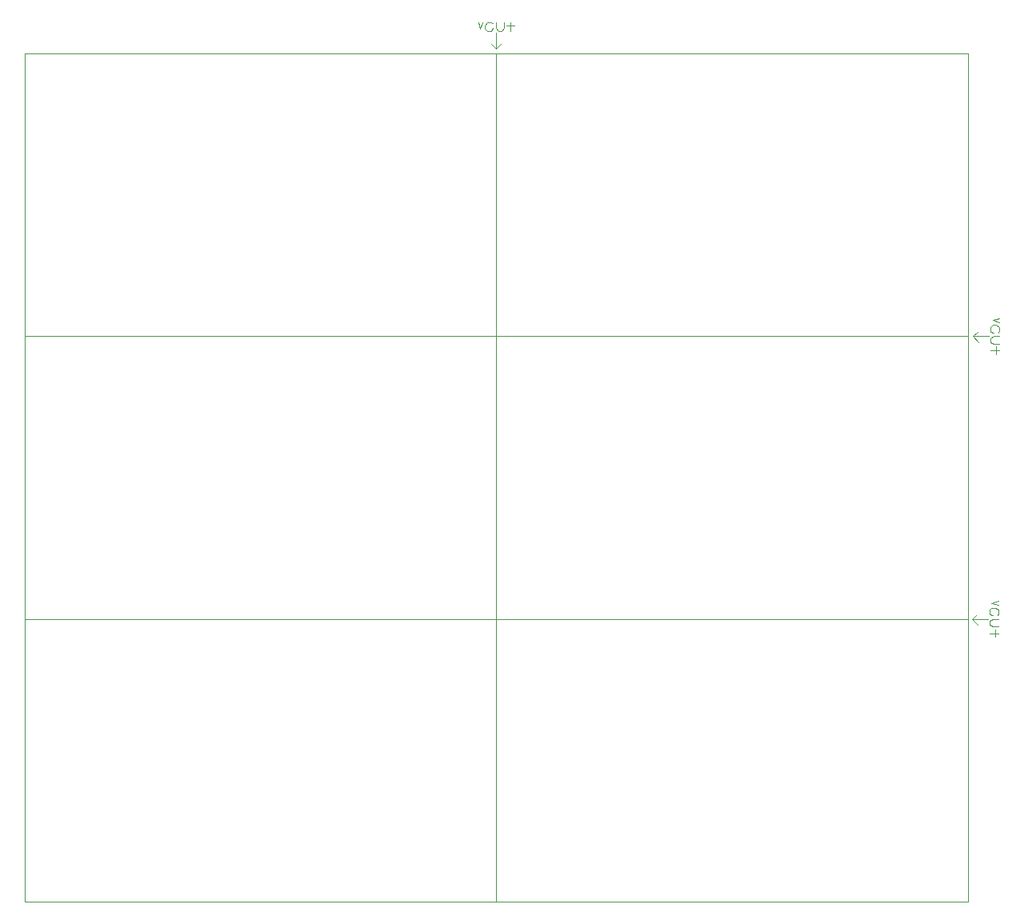
<source format=gm1>
G04 #@! TF.GenerationSoftware,KiCad,Pcbnew,(5.1.8-0-10_14)*
G04 #@! TF.CreationDate,2021-05-20T18:09:43+09:00*
G04 #@! TF.ProjectId,ft2232_jtag_tap,66743232-3332-45f6-9a74-61675f746170,rev?*
G04 #@! TF.SameCoordinates,Original*
G04 #@! TF.FileFunction,Profile,NP*
%FSLAX46Y46*%
G04 Gerber Fmt 4.6, Leading zero omitted, Abs format (unit mm)*
G04 Created by KiCad (PCBNEW (5.1.8-0-10_14)) date 2021-05-20 18:09:43*
%MOMM*%
%LPD*%
G01*
G04 APERTURE LIST*
G04 #@! TA.AperFunction,Profile*
%ADD10C,0.050000*%
G04 #@! TD*
G04 APERTURE END LIST*
D10*
X150400000Y-160000000D02*
X151000000Y-160600000D01*
X152300000Y-160600000D02*
X152600000Y-160800000D01*
X153200000Y-159000000D02*
X152900000Y-158800000D01*
X152900000Y-158800000D02*
X152500000Y-158800000D01*
X152300000Y-159000000D02*
X152300000Y-159500000D01*
X153200000Y-159400000D02*
X153200000Y-159000000D01*
X152900000Y-161100000D02*
X152900000Y-161900000D01*
X152500000Y-158300000D02*
X153200000Y-158500000D01*
X153200000Y-158100000D02*
X152500000Y-158300000D01*
X150400000Y-160000000D02*
X150900000Y-159500000D01*
X153100000Y-159600000D02*
X153200000Y-159400000D01*
X152100000Y-160000000D02*
X150400000Y-160000000D01*
X152300000Y-160200000D02*
X152300000Y-160600000D01*
X152600000Y-160000000D02*
X152300000Y-160200000D01*
X152300000Y-159500000D02*
X152600000Y-159600000D01*
X153200000Y-160000000D02*
X152600000Y-160000000D01*
X152600000Y-160800000D02*
X153200000Y-160800000D01*
X153200000Y-161500000D02*
X152300000Y-161500000D01*
X152500000Y-158800000D02*
X152300000Y-159000000D01*
X150500000Y-130000000D02*
X151100000Y-130600000D01*
X152400000Y-130600000D02*
X152700000Y-130800000D01*
X153300000Y-129000000D02*
X153000000Y-128800000D01*
X153000000Y-128800000D02*
X152600000Y-128800000D01*
X152400000Y-129000000D02*
X152400000Y-129500000D01*
X153300000Y-129400000D02*
X153300000Y-129000000D01*
X153000000Y-131100000D02*
X153000000Y-131900000D01*
X152600000Y-128300000D02*
X153300000Y-128500000D01*
X153300000Y-128100000D02*
X152600000Y-128300000D01*
X150500000Y-130000000D02*
X151000000Y-129500000D01*
X153200000Y-129600000D02*
X153300000Y-129400000D01*
X152200000Y-130000000D02*
X150500000Y-130000000D01*
X152400000Y-130200000D02*
X152400000Y-130600000D01*
X152700000Y-130000000D02*
X152400000Y-130200000D01*
X152400000Y-129500000D02*
X152700000Y-129600000D01*
X153300000Y-130000000D02*
X152700000Y-130000000D01*
X152700000Y-130800000D02*
X153300000Y-130800000D01*
X153300000Y-131500000D02*
X152400000Y-131500000D01*
X152600000Y-128800000D02*
X152400000Y-129000000D01*
X101500000Y-96700000D02*
X101500000Y-97600000D01*
X101100000Y-97000000D02*
X101900000Y-97000000D01*
X100800000Y-97300000D02*
X100800000Y-96700000D01*
X100600000Y-97600000D02*
X100800000Y-97300000D01*
X100200000Y-97600000D02*
X100600000Y-97600000D01*
X100000000Y-97300000D02*
X100200000Y-97600000D01*
X100000000Y-96700000D02*
X100000000Y-97300000D01*
X99500000Y-97600000D02*
X99600000Y-97300000D01*
X99000000Y-97600000D02*
X99500000Y-97600000D01*
X98800000Y-97400000D02*
X99000000Y-97600000D01*
X98800000Y-97000000D02*
X98800000Y-97400000D01*
X99000000Y-96700000D02*
X98800000Y-97000000D01*
X99400000Y-96700000D02*
X99000000Y-96700000D01*
X99600000Y-96800000D02*
X99400000Y-96700000D01*
X98300000Y-97400000D02*
X98500000Y-96700000D01*
X98100000Y-96700000D02*
X98300000Y-97400000D01*
X100000000Y-99500000D02*
X99500000Y-99000000D01*
X100000000Y-99500000D02*
X100600000Y-98900000D01*
X100000000Y-97800000D02*
X100000000Y-99500000D01*
X150000000Y-130000000D02*
X150000000Y-100000000D01*
X150000000Y-160000000D02*
X150000000Y-130000000D01*
X150000000Y-190000000D02*
X150000000Y-160000000D01*
X100000000Y-190000000D02*
X150000000Y-190000000D01*
X50000000Y-190000000D02*
X100000000Y-190000000D01*
X100000000Y-160000000D02*
X100000000Y-190000000D01*
X50000000Y-160000000D02*
X50000000Y-190000000D01*
X100000000Y-130000000D02*
X100000000Y-160000000D01*
X50000000Y-130000000D02*
X50000000Y-160000000D01*
X100000000Y-100000000D02*
X100000000Y-130000000D01*
X100000000Y-160000000D02*
X150000000Y-160000000D01*
X50000000Y-160000000D02*
X100000000Y-160000000D01*
X100000000Y-130000000D02*
X150000000Y-130000000D01*
X50000000Y-130000000D02*
X100000000Y-130000000D01*
X100000000Y-100000000D02*
X150000000Y-100000000D01*
X50000000Y-100000000D02*
X100000000Y-100000000D01*
X50000000Y-100000000D02*
X50000000Y-130000000D01*
M02*

</source>
